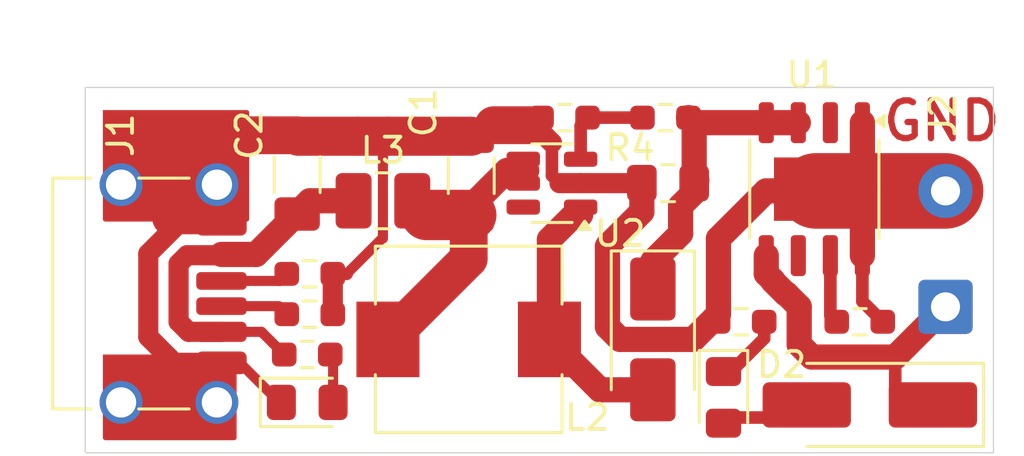
<source format=kicad_pcb>
(kicad_pcb (version 20241229) (generator "pcbnew") (generator_version "9.0")
  (layers (0 "F.Cu" signal) (2 "B.Cu" signal) (13 "F.Paste" user) (15 "B.Paste" user) (5 "F.SilkS" user "F.Silkscreen") (7 "B.SilkS" user "B.Silkscreen") (1 "F.Mask" user) (3 "B.Mask" user) (25 "Edge.Cuts" user))
  (net 0 "")
  (net 1 "GND")
  (net 2 "Net-(D8-K)")
  (net 3 "Net-(D8-A)")
  (net 4 "Net-(J1-CC2)")
  (net 5 "Net-(J1-CC1)")
  (net 6 "Net-(D2-A)")
  (net 7 "Net-(U2-FB)")
  (net 8 "Net-(U1-ILM)")
  (net 12 "Net-(D1-A)")
  (net 13 "Net-(U2-EN)")
  (net 14 "Net-(C2-Pad1)")
  (net 15 "Net-(D2-K)")
  (net 16 "Net-(D3-K)")
  (footprint "Package_TO_SOT_SMD:SOT-23-6" (layer "F.Cu") (at 118.7 86.9 180)
    (property "Reference" "U2" (at -2.7 -2 180) (layer "F.SilkS"))
    (property "Value" "MT3608" (hide yes))
    (fp_line (start 0 1.56) (end 0.8 1.56) (stroke (width 0.12)) (layer "F.SilkS"))
    (fp_line (start 0 1.56) (end -0.8 1.56) (stroke (width 0.12)) (layer "F.SilkS"))
    (fp_line (start 0 -1.56) (end 0.8 -1.56) (stroke (width 0.12)) (layer "F.SilkS"))
    (fp_line (start 0 -1.56) (end -0.8 -1.56) (stroke (width 0.12)) (layer "F.SilkS"))
    (fp_poly (pts (xy -1.3 -1.51) (xy -1.54 -1.84) (xy -1.06 -1.84)) (stroke (width 0.12)) (fill yes) (layer "F.SilkS"))
    (pad "1" smd roundrect (at -1.1375 -0.95 180) (size 1.325 0.6) (layers "F.Cu" "F.Mask" "F.Paste") (net 3 "Net-(D8-A)"))
    (pad "2" smd roundrect (at -1.1375 0 180) (size 1.325 0.6) (layers "F.Cu" "F.Mask" "F.Paste") (net 1 "GND"))
    (pad "3" smd roundrect (at -1.1375 0.95 180) (size 1.325 0.6) (layers "F.Cu" "F.Mask" "F.Paste") (net 7 "Net-(U2-FB)"))
    (pad "4" smd roundrect (at 1.1375 0.95 180) (size 1.325 0.6) (layers "F.Cu" "F.Mask" "F.Paste") (net 13 "Net-(U2-EN)"))
    (pad "5" smd roundrect (at 1.1375 0 180) (size 1.325 0.6) (layers "F.Cu" "F.Mask" "F.Paste") (net 13 "Net-(U2-EN)"))
    (pad "6" smd roundrect (at 1.1375 -0.95 180) (size 1.325 0.6) (layers "F.Cu" "F.Mask" "F.Paste"))
  )
  (footprint "Capacitor_SMD:C_1206_3216Metric_Pad1.33x1.80mm_HandSolder" (layer "F.Cu") (at 115.5 86.6 90)
    (property "Reference" "C1" (at 2.5 -1.9 270) (layer "F.SilkS"))
    (property "Value" "4.7uF")
    (fp_line (start -0.711252 -0.91) (end 0.711252 -0.91) (stroke (width 0.12)) (layer "F.SilkS"))
    (fp_line (start -0.711252 0.91) (end 0.711252 0.91) (stroke (width 0.12)) (layer "F.SilkS"))
    (pad "1" smd roundrect (at -1.5625 0 90) (size 1.325 1.8) (layers "F.Cu" "F.Mask" "F.Paste") (roundrect_rratio 0.188679) (net 13 "Net-(U2-EN)"))
    (pad "2" smd roundrect (at 1.5625 0 90) (size 1.325 1.8) (layers "F.Cu" "F.Mask" "F.Paste") (roundrect_rratio 0.188679) (net 1 "GND"))
  )
  (footprint "Capacitor_SMD:C_0805_2012Metric_Pad1.18x1.45mm_HandSolder" (layer "F.Cu") (at 123.3 86.9 180)
    (property "Reference" "C14" (hide yes))
    (property "Value" "47u")
    (fp_line (start -0.261252 0.735) (end 0.261252 0.735) (stroke (width 0.12)) (layer "F.SilkS"))
    (fp_line (start -0.261252 -0.735) (end 0.261252 -0.735) (stroke (width 0.12)) (layer "F.SilkS"))
    (pad "1" smd roundrect (at -1.0375 0 180) (size 1.175 1.45) (layers "F.Cu" "F.Mask" "F.Paste") (roundrect_rratio 0.212766) (net 2 "Net-(D8-K)"))
    (pad "2" smd roundrect (at 1.0375 0 180) (size 1.175 1.45) (layers "F.Cu" "F.Mask" "F.Paste") (roundrect_rratio 0.212766) (net 1 "GND"))
  )
  (footprint "Inductor_SMD:L_1008_2520Metric_Pad1.43x2.20mm_HandSolder" (layer "F.Cu") (at 112 87.6)
    (property "Reference" "L3" (at 0 -2 0) (layer "F.SilkS"))
    (property "Value" "2.2uH")
    (fp_line (start -0.261252 -1.11) (end 0.261252 -1.11) (stroke (width 0.12)) (layer "F.SilkS"))
    (fp_line (start -0.261252 1.11) (end 0.261252 1.11) (stroke (width 0.12)) (layer "F.SilkS"))
    (pad "1" smd roundrect (at -1.1625 0) (size 1.425 2.2) (layers "F.Cu" "F.Mask" "F.Paste") (roundrect_rratio 0.175439) (net 14 "Net-(C2-Pad1)"))
    (pad "2" smd roundrect (at 1.1625 0) (size 1.425 2.2) (layers "F.Cu" "F.Mask" "F.Paste") (roundrect_rratio 0.175439) (net 13 "Net-(U2-EN)"))
  )
  (footprint "Resistor_SMD:R_0603_1608Metric_Pad0.98x0.95mm_HandSolder" (layer "F.Cu") (at 109.1 90.5)
    (property "Reference" "R6" (hide yes))
    (property "Value" "10k" (hide yes))
    (fp_line (start -0.254724 -0.5225) (end 0.254724 -0.5225) (stroke (width 0.12)) (layer "F.SilkS"))
    (fp_line (start -0.254724 0.5225) (end 0.254724 0.5225) (stroke (width 0.12)) (layer "F.SilkS"))
    (pad "1" smd roundrect (at -0.9125 0) (size 0.975 0.95) (layers "F.Cu" "F.Mask" "F.Paste") (net 5 "Net-(J1-CC1)"))
    (pad "2" smd roundrect (at 0.9125 0) (size 0.975 0.95) (layers "F.Cu" "F.Mask" "F.Paste") (net 1 "GND"))
  )
  (footprint "Resistor_SMD:R_0603_1608Metric_Pad0.98x0.95mm_HandSolder" (layer "F.Cu") (at 109 93.7)
    (property "Reference" "R7" (hide yes))
    (property "Value" "10k" (hide yes))
    (fp_line (start -0.254724 -0.5225) (end 0.254724 -0.5225) (stroke (width 0.12)) (layer "F.SilkS"))
    (fp_line (start -0.254724 0.5225) (end 0.254724 0.5225) (stroke (width 0.12)) (layer "F.SilkS"))
    (pad "1" smd roundrect (at -0.9125 0) (size 0.975 0.95) (layers "F.Cu" "F.Mask" "F.Paste") (net 14 "Net-(C2-Pad1)"))
    (pad "2" smd roundrect (at 0.9125 0) (size 0.975 0.95) (layers "F.Cu" "F.Mask" "F.Paste") (net 12 "Net-(D1-A)"))
  )
  (footprint "Package_SO:SOIC-8-1EP_3.9x4.9mm_P1.27mm_EP2.514x3.2mm" (layer "F.Cu") (at 129.1 87.1375 -90)
    (property "Reference" "U1" (at -4.53 0.1 180) (layer "F.SilkS"))
    (property "Value" "TPS259621DDAR")
    (fp_line (start 0 2.56) (end -1.95 2.56) (stroke (width 0.12)) (layer "F.SilkS"))
    (fp_line (start 0 2.56) (end 1.95 2.56) (stroke (width 0.12)) (layer "F.SilkS"))
    (fp_line (start 0 -2.56) (end -1.95 -2.56) (stroke (width 0.12)) (layer "F.SilkS"))
    (fp_line (start 0 -2.56) (end 1.95 -2.56) (stroke (width 0.12)) (layer "F.SilkS"))
    (fp_poly (pts (xy -2.7 -2.465) (xy -2.94 -2.795) (xy -2.46 -2.795)) (stroke (width 0.12)) (fill yes) (layer "F.SilkS"))
    (pad "1" smd roundrect (at -2.6375 -1.905 270) (size 1.625 0.6) (layers "F.Cu" "F.Mask" "F.Paste") (net 1 "GND"))
    (pad "2" smd roundrect (at -2.6375 -0.635 270) (size 1.625 0.6) (layers "F.Cu" "F.Mask" "F.Paste"))
    (pad "3" smd roundrect (at -2.6375 0.635 270) (size 1.625 0.6) (layers "F.Cu" "F.Mask" "F.Paste") (net 2 "Net-(D8-K)"))
    (pad "4" smd roundrect (at -2.6375 1.905 270) (size 1.625 0.6) (layers "F.Cu" "F.Mask" "F.Paste") (net 2 "Net-(D8-K)"))
    (pad "5" smd roundrect (at 2.6375 1.905 270) (size 1.625 0.6) (layers "F.Cu" "F.Mask" "F.Paste") (net 15 "Net-(D2-K)"))
    (pad "6" smd roundrect (at 2.6375 0.635 270) (size 1.625 0.6) (layers "F.Cu" "F.Mask" "F.Paste"))
    (pad "7" smd roundrect (at 2.6375 -0.635 270) (size 1.625 0.6) (layers "F.Cu" "F.Mask" "F.Paste") (net 8 "Net-(U1-ILM)"))
    (pad "8" smd roundrect (at 2.6375 -1.905 270) (size 1.625 0.6) (layers "F.Cu" "F.Mask" "F.Paste") (net 1 "GND"))
    (pad "9" smd rect (at 0 0 270) (size 2.514 3.2) (property pad_prop_heatsink) (layers "F.Cu" "F.Mask") (net 1 "GND"))
  )
  (footprint "Resistor_SMD:R_0603_1608Metric_Pad0.98x0.95mm_HandSolder" (layer "F.Cu") (at 130.9 92.4)
    (property "Reference" "R3" (hide yes))
    (property "Value" "1k")
    (fp_line (start -0.254724 -0.5225) (end 0.254724 -0.5225) (stroke (width 0.12)) (layer "F.SilkS"))
    (fp_line (start -0.254724 0.5225) (end 0.254724 0.5225) (stroke (width 0.12)) (layer "F.SilkS"))
    (pad "1" smd roundrect (at -0.9125 0) (size 0.975 0.95) (layers "F.Cu" "F.Mask" "F.Paste") (net 8 "Net-(U1-ILM)"))
    (pad "2" smd roundrect (at 0.9125 0) (size 0.975 0.95) (layers "F.Cu" "F.Mask" "F.Paste") (net 1 "GND"))
  )
  (footprint "Resistor_SMD:R_0603_1608Metric_Pad0.98x0.95mm_HandSolder" (layer "F.Cu") (at 123.2 84.3 180)
    (property "Reference" "R4" (at 1.4 -1.2 180) (layer "F.SilkS"))
    (property "Value" "27k")
    (fp_line (start -0.254724 0.5225) (end 0.254724 0.5225) (stroke (width 0.12)) (layer "F.SilkS"))
    (fp_line (start -0.254724 -0.5225) (end 0.254724 -0.5225) (stroke (width 0.12)) (layer "F.SilkS"))
    (pad "1" smd roundrect (at -0.9125 0 180) (size 0.975 0.95) (layers "F.Cu" "F.Mask" "F.Paste") (net 2 "Net-(D8-K)"))
    (pad "2" smd roundrect (at 0.9125 0 180) (size 0.975 0.95) (layers "F.Cu" "F.Mask" "F.Paste") (net 7 "Net-(U2-FB)"))
  )
  (footprint "Connector_Wire:SolderWire-0.5sqmm_1x02_P4.6mm_D0.9mm_OD2.1mm" (layer "F.Cu") (at 134.3 91.8075 90)
    (property "Reference" "J2" (at 7.6 -0.1 90) (layer "F.SilkS"))
    (property "Value" "Conn_01x02")
    (pad "1" thru_hole roundrect (at 0 0 90) (size 2.15 2.15) (drill 1.15) (layers "*.Cu" "*.Mask") (roundrect_rratio 0.116279) (net 15 "Net-(D2-K)"))
    (pad "2" thru_hole circle (at 4.6 0 90) (size 2.15 2.15) (drill 1.15) (layers "*.Cu" "*.Mask") (net 1 "GND"))
  )
  (footprint "Connector_USB:USB_C_Receptacle_HRO_TYPE-C-31-M-17" (layer "F.Cu") (at 102.42 91.28 -90)
    (property "Reference" "J1" (at -6.28 0.82 90) (layer "F.SilkS"))
    (property "Value" "TYPE-C 6P(073)")
    (fp_line (start -4.58 3.51) (end 4.58 3.51) (stroke (width 0.12)) (layer "F.SilkS"))
    (fp_line (start -4.58 2) (end -4.58 3.51) (stroke (width 0.12)) (layer "F.SilkS"))
    (fp_line (start 4.58 2) (end 4.58 3.51) (stroke (width 0.12)) (layer "F.SilkS"))
    (fp_line (start -4.58 -1.9) (end -4.58 0.1) (stroke (width 0.12)) (layer "F.SilkS"))
    (fp_line (start 4.58 -1.9) (end 4.58 0.1) (stroke (width 0.12)) (layer "F.SilkS"))
    (pad "A5" smd roundrect (at -0.5 -3.18 270) (size 0.7 2) (layers "F.Cu" "F.Mask" "F.Paste") (net 5 "Net-(J1-CC1)"))
    (pad "A9" smd roundrect (at 1.52 -3.18 270) (size 0.8 2) (layers "F.Cu" "F.Mask" "F.Paste") (net 14 "Net-(C2-Pad1)"))
    (pad "A12" smd roundrect (at 2.75 -3.18 270) (size 0.9 2) (layers "F.Cu" "F.Mask" "F.Paste") (net 1 "GND"))
    (pad "B5" smd roundrect (at 0.5 -3.18 270) (size 0.7 2) (layers "F.Cu" "F.Mask" "F.Paste") (net 4 "Net-(J1-CC2)"))
    (pad "B9" smd roundrect (at -1.52 -3.18 270) (size 0.8 2) (layers "F.Cu" "F.Mask" "F.Paste") (net 14 "Net-(C2-Pad1)"))
    (pad "B12" smd roundrect (at -2.75 -3.18 270) (size 0.9 2) (layers "F.Cu" "F.Mask" "F.Paste") (net 1 "GND"))
    (pad "S1" thru_hole oval (at -4.32 -3 270) (size 1.7 1.7) (drill oval 1.2) (property pad_prop_heatsink) (layers "*.Cu" "*.Mask") (net 1 "GND"))
    (pad "S1" thru_hole oval (at -4.32 0.8 270) (size 1.7 1.7) (drill oval 1.2) (property pad_prop_heatsink) (layers "*.Cu" "*.Mask") (net 1 "GND"))
    (pad "S1" thru_hole oval (at 4.32 -3 270) (size 1.7 1.7) (drill oval 1.2) (property pad_prop_heatsink) (layers "*.Cu" "*.Mask") (net 1 "GND"))
    (pad "S1" thru_hole oval (at 4.32 0.8 270) (size 1.7 1.7) (drill oval 1.2) (property pad_prop_heatsink) (layers "*.Cu" "*.Mask") (net 1 "GND"))
  )
  (footprint "LED_SMD:LED_0805_2012Metric_Pad1.15x1.40mm_HandSolder" (layer "F.Cu") (at 125.5 95.4 -90)
    (property "Reference" "D3" (hide yes))
    (property "Value" "LED")
    (fp_line (start -1.86 0.96) (end 1 0.96) (stroke (width 0.12)) (layer "F.SilkS"))
    (fp_line (start -1.86 -0.96) (end -1.86 0.96) (stroke (width 0.12)) (layer "F.SilkS"))
    (fp_line (start 1 -0.96) (end -1.86 -0.96) (stroke (width 0.12)) (layer "F.SilkS"))
    (pad "1" smd roundrect (at -1.025 0 270) (size 1.15 1.4) (layers "F.Cu" "F.Mask" "F.Paste") (roundrect_rratio 0.217391) (net 16 "Net-(D3-K)"))
    (pad "2" smd roundrect (at 1.025 0 270) (size 1.15 1.4) (layers "F.Cu" "F.Mask" "F.Paste") (roundrect_rratio 0.217391) (net 6 "Net-(D2-A)"))
  )
  (footprint "Inductor_SMD:L_7.3x7.3_H3.5" (layer "F.Cu") (at 115.4 93.1)
    (property "Reference" "L2" (at 4.7 3.1 0) (layer "F.SilkS"))
    (property "Value" "10uH")
    (fp_line (start -3.7 -3.7) (end 3.7 -3.7) (stroke (width 0.12)) (layer "F.SilkS"))
    (fp_line (start -3.7 -1.4) (end -3.7 -3.7) (stroke (width 0.12)) (layer "F.SilkS"))
    (fp_line (start -3.7 3.7) (end -3.7 1.4) (stroke (width 0.12)) (layer "F.SilkS"))
    (fp_line (start 3.7 -3.7) (end 3.7 -1.4) (stroke (width 0.12)) (layer "F.SilkS"))
    (fp_line (start 3.7 1.4) (end 3.7 3.7) (stroke (width 0.12)) (layer "F.SilkS"))
    (fp_line (start 3.7 3.7) (end -3.7 3.7) (stroke (width 0.12)) (layer "F.SilkS"))
    (pad "1" smd rect (at -3.2 0) (size 2.5 3) (layers "F.Cu" "F.Mask" "F.Paste") (net 13 "Net-(U2-EN)"))
    (pad "2" smd rect (at 3.2 0) (size 2.5 3) (layers "F.Cu" "F.Mask" "F.Paste") (net 3 "Net-(D8-A)"))
  )
  (footprint "Resistor_SMD:R_0603_1608Metric_Pad0.98x0.95mm_HandSolder" (layer "F.Cu") (at 119.2 84.3 180)
    (property "Reference" "R2" (hide yes))
    (property "Value" "1k")
    (fp_line (start -0.254724 0.5225) (end 0.254724 0.5225) (stroke (width 0.12)) (layer "F.SilkS"))
    (fp_line (start -0.254724 -0.5225) (end 0.254724 -0.5225) (stroke (width 0.12)) (layer "F.SilkS"))
    (pad "1" smd roundrect (at -0.9125 0 180) (size 0.975 0.95) (layers "F.Cu" "F.Mask" "F.Paste") (net 7 "Net-(U2-FB)"))
    (pad "2" smd roundrect (at 0.9125 0 180) (size 0.975 0.95) (layers "F.Cu" "F.Mask" "F.Paste") (net 1 "GND"))
  )
  (footprint "Capacitor_SMD:C_1206_3216Metric_Pad1.33x1.80mm_HandSolder" (layer "F.Cu") (at 108.6 86.5625 90)
    (property "Reference" "C2" (at 1.5625 -1.9 90) (layer "F.SilkS"))
    (property "Value" "4.7uF")
    (fp_line (start -0.711252 -0.91) (end 0.711252 -0.91) (stroke (width 0.12)) (layer "F.SilkS"))
    (fp_line (start -0.711252 0.91) (end 0.711252 0.91) (stroke (width 0.12)) (layer "F.SilkS"))
    (pad "1" smd roundrect (at -1.5625 0 90) (size 1.325 1.8) (layers "F.Cu" "F.Mask" "F.Paste") (roundrect_rratio 0.188679) (net 14 "Net-(C2-Pad1)"))
    (pad "2" smd roundrect (at 1.5625 0 90) (size 1.325 1.8) (layers "F.Cu" "F.Mask" "F.Paste") (roundrect_rratio 0.188679) (net 1 "GND"))
  )
  (footprint "Resistor_SMD:R_0603_1608Metric_Pad0.98x0.95mm_HandSolder" (layer "F.Cu") (at 109.1 92.1)
    (property "Reference" "R5" (hide yes))
    (property "Value" "10k" (hide yes))
    (fp_line (start -0.254724 -0.5225) (end 0.254724 -0.5225) (stroke (width 0.12)) (layer "F.SilkS"))
    (fp_line (start -0.254724 0.5225) (end 0.254724 0.5225) (stroke (width 0.12)) (layer "F.SilkS"))
    (pad "1" smd roundrect (at -0.9125 0) (size 0.975 0.95) (layers "F.Cu" "F.Mask" "F.Paste") (net 4 "Net-(J1-CC2)"))
    (pad "2" smd roundrect (at 0.9125 0) (size 0.975 0.95) (layers "F.Cu" "F.Mask" "F.Paste") (net 1 "GND"))
  )
  (footprint "Diode_SMD:D_SMA" (layer "F.Cu") (at 122.7 93.1 -90)
    (property "Reference" "D8" (hide yes))
    (property "Value" "SS34")
    (fp_line (start -3.51 1.65) (end 2 1.65) (stroke (width 0.12)) (layer "F.SilkS"))
    (fp_line (start -3.51 -1.65) (end -3.51 1.65) (stroke (width 0.12)) (layer "F.SilkS"))
    (fp_line (start -3.51 -1.65) (end 2 -1.65) (stroke (width 0.12)) (layer "F.SilkS"))
    (pad "1" smd roundrect (at -2 0 270) (size 2.5 1.8) (layers "F.Cu" "F.Mask" "F.Paste") (roundrect_rratio 0.1388888889) (net 2 "Net-(D8-K)"))
    (pad "2" smd roundrect (at 2 0 270) (size 2.5 1.8) (layers "F.Cu" "F.Mask" "F.Paste") (roundrect_rratio 0.1388888889) (net 3 "Net-(D8-A)"))
  )
  (footprint "LED_SMD:LED_0805_2012Metric_Pad1.15x1.40mm_HandSolder" (layer "F.Cu") (at 109 95.6)
    (property "Reference" "D1" (hide yes))
    (property "Value" "LED" (hide yes))
    (fp_line (start -1.86 -0.96) (end -1.86 0.96) (stroke (width 0.12)) (layer "F.SilkS"))
    (fp_line (start -1.86 0.96) (end 1 0.96) (stroke (width 0.12)) (layer "F.SilkS"))
    (fp_line (start 1 -0.96) (end -1.86 -0.96) (stroke (width 0.12)) (layer "F.SilkS"))
    (pad "1" smd roundrect (at -1.025 0) (size 1.15 1.4) (layers "F.Cu" "F.Mask" "F.Paste") (roundrect_rratio 0.217391) (net 1 "GND"))
    (pad "2" smd roundrect (at 1.025 0) (size 1.15 1.4) (layers "F.Cu" "F.Mask" "F.Paste") (roundrect_rratio 0.217391) (net 12 "Net-(D1-A)"))
  )
  (footprint "Diode_SMD:D_SMA_Handsoldering" (layer "F.Cu") (at 131.3 95.7 180)
    (property "Reference" "D2" (at 3.5 1.6 0) (layer "F.SilkS"))
    (property "Value" "D_Zener")
    (fp_line (start -4.51 1.65) (end 2.5 1.65) (stroke (width 0.12)) (layer "F.SilkS"))
    (fp_line (start -4.51 -1.65) (end 2.5 -1.65) (stroke (width 0.12)) (layer "F.SilkS"))
    (fp_line (start -4.51 -1.65) (end -4.51 1.65) (stroke (width 0.12)) (layer "F.SilkS"))
    (pad "1" smd roundrect (at -2.5 0 180) (size 3.5 1.8) (layers "F.Cu" "F.Mask" "F.Paste") (roundrect_rratio 0.1388888889) (net 15 "Net-(D2-K)"))
    (pad "2" smd roundrect (at 2.5 0 180) (size 3.5 1.8) (layers "F.Cu" "F.Mask" "F.Paste") (roundrect_rratio 0.1388888889) (net 6 "Net-(D2-A)"))
  )
  (footprint "Resistor_SMD:R_0603_1608Metric_Pad0.98x0.95mm_HandSolder" (layer "F.Cu") (at 126.2 92.4 180)
    (property "Reference" "R8" (hide yes))
    (property "Value" "1k")
    (fp_line (start -0.254724 0.5225) (end 0.254724 0.5225) (stroke (width 0.12)) (layer "F.SilkS"))
    (fp_line (start -0.254724 -0.5225) (end 0.254724 -0.5225) (stroke (width 0.12)) (layer "F.SilkS"))
    (pad "1" smd roundrect (at -0.9125 0 180) (size 0.975 0.95) (layers "F.Cu" "F.Mask" "F.Paste") (net 16 "Net-(D3-K)"))
    (pad "2" smd roundrect (at 0.9125 0 180) (size 0.975 0.95) (layers "F.Cu" "F.Mask" "F.Paste") (net 1 "GND"))
  )
  (gr_rect (start 101 93.8) (end 106.1 97) (stroke (width 0.2)) (fill yes) (layer "F.Cu") (net 1))
  (gr_rect (start 101 84.1) (end 106.6 88.3254) (stroke (width 0.2)) (fill yes) (layer "F.Cu") (net 1))
  (gr_rect (start 100.2 83.1) (end 136.2 97.6) (stroke (width 0.05)) (fill no) (layer "Edge.Cuts"))
  (gr_text "GND" (at 131.7 85.3125 0) (layer "F.Cu") (effects (font (size 1.5 1.5) (thickness 0.25) (bold yes)) (justify left bottom)))
  (segment (start 112 89.1) (end 112 85.2375) (width 0.4) (layer "F.Cu") (net 1))
  (segment (start 122.2625 88.0375) (end 122.2625 86.9) (width 1) (layer "F.Cu") (net 1))
  (segment (start 107.9 95.6) (end 106.33 94.03) (width 0.4) (layer "F.Cu") (net 1))
  (segment (start 112.2 85.0375) (end 111 85.0375) (width 1.55) (layer "F.Cu") (net 1))
  (segment (start 125.3 89.09847) (end 125.3 92.1) (width 1) (layer "F.Cu") (net 1))
  (segment (start 107.975 95.6) (end 107.9 95.6) (width 0.4) (layer "F.Cu") (net 1))
  (segment (start 120.9 92.6) (end 120.9 89.4) (width 1) (layer "F.Cu") (net 1))
  (segment (start 102.7 93) (end 102.7 89.7) (width 0.8) (layer "F.Cu") (net 1))
  (segment (start 131.005 84.5) (end 131.005 89.775) (width 1) (layer "F.Cu") (net 1))
  (segment (start 117.851501 84.60024) (end 116.389001 84.60024) (width 1.5) (layer "F.Cu") (net 1))
  (segment (start 119.8375 86.9) (end 119 86.9) (width 0.8) (layer "F.Cu") (net 1))
  (segment (start 108.6 85) (end 104.5 85) (width 1.5) (layer "F.Cu") (net 1))
  (segment (start 119.8375 86.9) (end 122.2625 86.9) (width 0.8) (layer "F.Cu") (net 1))
  (segment (start 110.0125 90.5) (end 110.6 90.5) (width 0.3) (layer "F.Cu") (net 1))
  (segment (start 110.6 90.5) (end 112 89.1) (width 0.3) (layer "F.Cu") (net 1))
  (segment (start 115.5 85.0375) (end 112.2 85.0375) (width 1.55) (layer "F.Cu") (net 1))
  (segment (start 103.87 88.53) (end 105.6 88.53) (width 0.8) (layer "F.Cu") (net 1))
  (segment (start 118.7 85.3) (end 117.7 84.3) (width 0.8) (layer "F.Cu") (net 1))
  (segment (start 124.3 93.1) (end 121.4 93.1) (width 1) (layer "F.Cu") (net 1))
  (segment (start 102.7 89.7) (end 103.87 88.53) (width 0.8) (layer "F.Cu") (net 1))
  (segment (start 103.6 88.26) (end 103.87 88.53) (width 0.8) (layer "F.Cu") (net 1))
  (segment (start 134.3 87.2075) (end 129.17 87.2075) (width 3) (layer "F.Cu") (net 1))
  (segment (start 105.6 94.03) (end 103.73 94.03) (width 0.8) (layer "F.Cu") (net 1))
  (segment (start 120.9 89.4) (end 122.2625 88.0375) (width 1) (layer "F.Cu") (net 1))
  (segment (start 110.0125 92.1) (end 110.0125 90.5) (width 0.8) (layer "F.Cu") (net 1))
  (segment (start 129.17 87.2075) (end 129.1 87.1375) (width 1) (layer "F.Cu") (net 1))
  (segment (start 110.5615 90.5) (end 111.9615 89.1) (width 0.4) (layer "F.Cu") (net 1))
  (segment (start 106.33 94.03) (end 105.6 94.03) (width 0.4) (layer "F.Cu") (net 1))
  (segment (start 127.19097 87.2075) (end 125.3 89.09847) (width 1) (layer "F.Cu") (net 1))
  (segment (start 129.17 87.2075) (end 127.19097 87.2075) (width 1) (layer "F.Cu") (net 1))
  (segment (start 118.7 86.6) (end 119 86.9) (width 0.5) (layer "F.Cu") (net 1))
  (segment (start 125.3 92.1) (end 124.3 93.1) (width 1) (layer "F.Cu") (net 1))
  (segment (start 121.4 93.1) (end 120.9 92.6) (width 1) (layer "F.Cu") (net 1))
  (segment (start 112 85.2375) (end 112.2 85.0375) (width 0.4) (layer "F.Cu") (net 1))
  (segment (start 118.7 85.3) (end 118.7 86.6) (width 0.5) (layer "F.Cu") (net 1))
  (segment (start 131.8125 92.4) (end 131.005 91.5925) (width 0.5) (layer "F.Cu") (net 1))
  (segment (start 131.005 91.5925) (end 131.005 89.775) (width 0.5) (layer "F.Cu") (net 1))
  (segment (start 108.6375 85.0375) (end 108.6 85) (width 0.8) (layer "F.Cu") (net 1))
  (segment (start 103.73 94.03) (end 102.7 93) (width 0.8) (layer "F.Cu") (net 1))
  (segment (start 104.5 85) (end 103.6 85.9) (width 1.5) (layer "F.Cu") (net 1))
  (segment (start 111 85.0375) (end 108.6375 85.0375) (width 1.55) (layer "F.Cu") (net 1))
  (segment (start 103.6 85.9) (end 103.6 88.26) (width 1.5) (layer "F.Cu") (net 1))
  (segment (start 110.0125 90.5) (end 110.5615 90.5) (width 0.5) (layer "F.Cu") (net 1))
  (segment (start 124.3375 84.525) (end 124.1125 84.3) (width 1) (layer "F.Cu") (net 2))
  (segment (start 124.3375 86.9) (end 124.3375 87.2625) (width 1) (layer "F.Cu") (net 2))
  (segment (start 128.465 84.5) (end 124.445 84.5) (width 1) (layer "F.Cu") (net 2))
  (segment (start 123.8 88.9) (end 122.7 90) (width 1) (layer "F.Cu") (net 2))
  (segment (start 123.8 87.8) (end 123.8 88.9) (width 1) (layer "F.Cu") (net 2))
  (segment (start 124.3375 86.9) (end 124.3375 84.525) (width 1) (layer "F.Cu") (net 2))
  (segment (start 122.7 90) (end 122.7 91.1) (width 1) (layer "F.Cu") (net 2))
  (segment (start 124.445 86.7925) (end 124.3375 86.9) (width 1) (layer "F.Cu") (net 2))
  (segment (start 124.3375 87.2625) (end 123.8 87.8) (width 1) (layer "F.Cu") (net 2))
  (segment (start 121.9 95.1) (end 120.6 95.1) (width 1) (layer "F.Cu") (net 3))
  (segment (start 118.6 89.134686) (end 119.471128 88.263558) (width 1) (layer "F.Cu") (net 3))
  (segment (start 119.649647 88.15) (end 119.8375 88.15) (width 1) (layer "F.Cu") (net 3))
  (segment (start 120.6 95.1) (end 118.6 93.1) (width 1) (layer "F.Cu") (net 3))
  (segment (start 118.6 93.1) (end 118.6 89.134686) (width 1) (layer "F.Cu") (net 3))
  (segment (start 105.6 91.78) (end 107.8675 91.78) (width 0.4) (layer "F.Cu") (net 4))
  (segment (start 107.8675 91.78) (end 108.1875 92.1) (width 0.4) (layer "F.Cu") (net 4))
  (segment (start 105.6 90.78) (end 107.9075 90.78) (width 0.4) (layer "F.Cu") (net 5))
  (segment (start 107.9075 90.78) (end 108.1875 90.5) (width 0.4) (layer "F.Cu") (net 5))
  (segment (start 126.025 96.2) (end 128.3 96.2) (width 0.5) (layer "F.Cu") (net 6))
  (segment (start 125.5 96.725) (end 126.025 96.2) (width 0.5) (layer "F.Cu") (net 6))
  (segment (start 128.3 96.2) (end 128.8 95.7) (width 0.5) (layer "F.Cu") (net 6))
  (segment (start 120.1125 84.35) (end 120.1125 84.3) (width 0.5) (layer "F.Cu") (net 7))
  (segment (start 120.1125 84.3) (end 122.2875 84.3) (width 0.5) (layer "F.Cu") (net 7))
  (segment (start 119.8375 85.95) (end 119.8375 84.625) (width 0.5) (layer "F.Cu") (net 7))
  (segment (start 119.8375 84.625) (end 120.1125 84.35) (width 0.5) (layer "F.Cu") (net 7))
  (segment (start 129.9875 92.4) (end 129.735 92.1475) (width 0.5) (layer "F.Cu") (net 8))
  (segment (start 129.735 92.1475) (end 129.735 89.775) (width 0.5) (layer "F.Cu") (net 8))
  (segment (start 110.025 93.8125) (end 109.9125 93.7) (width 0.4) (layer "F.Cu") (net 12))
  (segment (start 110.025 95.6) (end 110.025 93.8125) (width 0.4) (layer "F.Cu") (net 12))
  (segment (start 115.5 87.8146) (end 116.2156 87.099) (width 1) (layer "F.Cu") (net 13))
  (segment (start 113.725 88.1625) (end 113.1625 87.6) (width 0.5) (layer "F.Cu") (net 13))
  (segment (start 116.2156 87.099) (end 116.9146 86.4) (width 1) (layer "F.Cu") (net 13))
  (segment (start 115.4 89.9) (end 112.2 93.1) (width 1.5) (layer "F.Cu") (net 13))
  (segment (start 115.5 88.1625) (end 115.4 88.2625) (width 1.5) (layer "F.Cu") (net 13))
  (segment (start 115.5 88.1625) (end 113.725 88.1625) (width 2) (layer "F.Cu") (net 13))
  (segment (start 116.9146 86.4) (end 117.699 86.4) (width 1) (layer "F.Cu") (net 13))
  (segment (start 115.4 88.2625) (end 115.4 89.9) (width 1.5) (layer "F.Cu") (net 13))
  (segment (start 115.5 88.1625) (end 115.5 87.8146) (width 1) (layer "F.Cu") (net 13))
  (segment (start 105.6 89.76) (end 104.24 89.76) (width 0.8) (layer "F.Cu") (net 14))
  (segment (start 104.3 92.8) (end 105.6 92.8) (width 0.8) (layer "F.Cu") (net 14))
  (segment (start 110.8375 87.6) (end 109.1 87.6) (width 1) (layer "F.Cu") (net 14))
  (segment (start 109.1 87.6) (end 106.971 89.729) (width 1) (layer "F.Cu") (net 14))
  (segment (start 104.24 89.76) (end 103.9 90.1) (width 0.8) (layer "F.Cu") (net 14))
  (segment (start 103.9 90.1) (end 103.9 92.4) (width 0.8) (layer "F.Cu") (net 14))
  (segment (start 103.9 92.4) (end 104.3 92.8) (width 0.8) (layer "F.Cu") (net 14))
  (segment (start 107.1875 92.8) (end 105.6 92.8) (width 0.4) (layer "F.Cu") (net 14))
  (segment (start 106.971 89.729) (end 105.6 89.729) (width 1) (layer "F.Cu") (net 14))
  (segment (start 108.0875 93.7) (end 107.1875 92.8) (width 0.4) (layer "F.Cu") (net 14))
  (segment (start 127.195 89.775) (end 127.195 90.495) (width 1) (layer "F.Cu") (net 15))
  (segment (start 127.195 90.495) (end 127.464 90.764) (width 1) (layer "F.Cu") (net 15))
  (segment (start 128.5 91.8) (end 128.5 93.3) (width 1) (layer "F.Cu") (net 15))
  (segment (start 132.6 95.7) (end 132.3075 95.4075) (width 0.5) (layer "F.Cu") (net 15))
  (segment (start 127.9885 91.2885) (end 128.5 91.8) (width 1) (layer "F.Cu") (net 15))
  (segment (start 133.8 95.7) (end 132.6 95.7) (width 0.5) (layer "F.Cu") (net 15))
  (segment (start 127.464 90.794152) (end 127.958348 91.2885) (width 1) (layer "F.Cu") (net 15))
  (segment (start 134.3 91.8075) (end 132.3075 93.8) (width 1) (layer "F.Cu") (net 15))
  (segment (start 127.958348 91.2885) (end 127.9885 91.2885) (width 1) (layer "F.Cu") (net 15))
  (segment (start 132.3075 95.4075) (end 132.3075 93.8) (width 0.5) (layer "F.Cu") (net 15))
  (segment (start 127.464 90.764) (end 127.464 90.794152) (width 1) (layer "F.Cu") (net 15))
  (segment (start 128.5 93.3) (end 129 93.8) (width 1) (layer "F.Cu") (net 15))
  (segment (start 129 93.8) (end 132.3075 93.8) (width 1) (layer "F.Cu") (net 15))
  (segment (start 127.1125 93.0625) (end 125.5 94.675) (width 0.5) (layer "F.Cu") (net 16))
  (segment (start 127.1125 92.4) (end 127.1125 93.0625) (width 0.5) (layer "F.Cu") (net 16))
)
</source>
